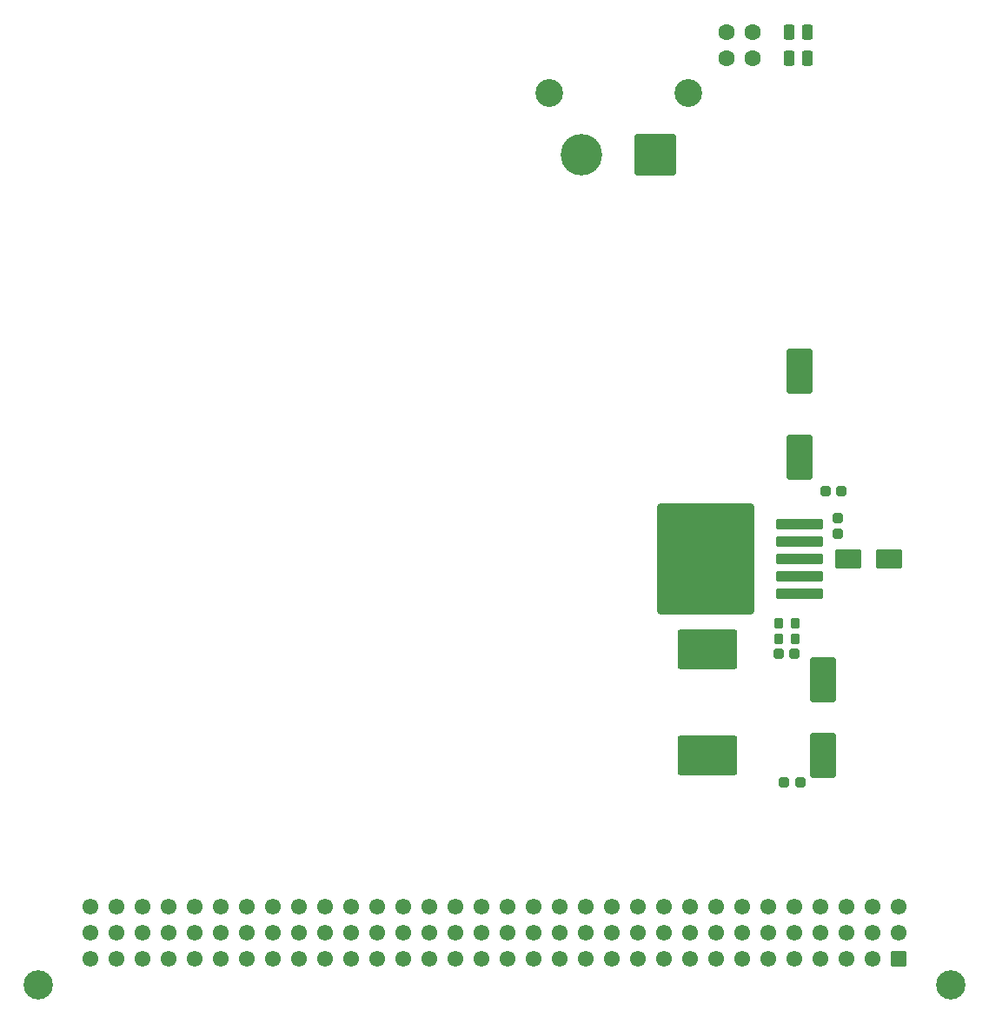
<source format=gbr>
%TF.GenerationSoftware,KiCad,Pcbnew,8.0.7*%
%TF.CreationDate,2025-02-21T01:46:00+01:00*%
%TF.ProjectId,TPB,5450422e-6b69-4636-9164-5f7063625858,1.0.0*%
%TF.SameCoordinates,Original*%
%TF.FileFunction,Soldermask,Top*%
%TF.FilePolarity,Negative*%
%FSLAX46Y46*%
G04 Gerber Fmt 4.6, Leading zero omitted, Abs format (unit mm)*
G04 Created by KiCad (PCBNEW 8.0.7) date 2025-02-21 01:46:00*
%MOMM*%
%LPD*%
G01*
G04 APERTURE LIST*
G04 Aperture macros list*
%AMRoundRect*
0 Rectangle with rounded corners*
0 $1 Rounding radius*
0 $2 $3 $4 $5 $6 $7 $8 $9 X,Y pos of 4 corners*
0 Add a 4 corners polygon primitive as box body*
4,1,4,$2,$3,$4,$5,$6,$7,$8,$9,$2,$3,0*
0 Add four circle primitives for the rounded corners*
1,1,$1+$1,$2,$3*
1,1,$1+$1,$4,$5*
1,1,$1+$1,$6,$7*
1,1,$1+$1,$8,$9*
0 Add four rect primitives between the rounded corners*
20,1,$1+$1,$2,$3,$4,$5,0*
20,1,$1+$1,$4,$5,$6,$7,0*
20,1,$1+$1,$6,$7,$8,$9,0*
20,1,$1+$1,$8,$9,$2,$3,0*%
G04 Aperture macros list end*
%ADD10RoundRect,0.244000X0.244000X0.269000X-0.244000X0.269000X-0.244000X-0.269000X0.244000X-0.269000X0*%
%ADD11RoundRect,0.260556X-1.027444X-0.677444X1.027444X-0.677444X1.027444X0.677444X-1.027444X0.677444X0*%
%ADD12RoundRect,0.244000X-0.244000X-0.269000X0.244000X-0.269000X0.244000X0.269000X-0.244000X0.269000X0*%
%ADD13RoundRect,0.250000X2.050000X0.300000X-2.050000X0.300000X-2.050000X-0.300000X2.050000X-0.300000X0*%
%ADD14RoundRect,0.250002X4.449998X5.149998X-4.449998X5.149998X-4.449998X-5.149998X4.449998X-5.149998X0*%
%ADD15RoundRect,0.250000X1.000000X-1.950000X1.000000X1.950000X-1.000000X1.950000X-1.000000X-1.950000X0*%
%ADD16RoundRect,0.244000X-0.269000X0.244000X-0.269000X-0.244000X0.269000X-0.244000X0.269000X0.244000X0*%
%ADD17RoundRect,0.267317X-0.280683X-0.470683X0.280683X-0.470683X0.280683X0.470683X-0.280683X0.470683X0*%
%ADD18C,2.850000*%
%ADD19RoundRect,0.249999X0.525001X0.525001X-0.525001X0.525001X-0.525001X-0.525001X0.525001X-0.525001X0*%
%ADD20C,1.550000*%
%ADD21RoundRect,0.250000X2.660000X-1.660000X2.660000X1.660000X-2.660000X1.660000X-2.660000X-1.660000X0*%
%ADD22RoundRect,0.219000X-0.219000X-0.294000X0.219000X-0.294000X0.219000X0.294000X-0.219000X0.294000X0*%
%ADD23C,2.700000*%
%ADD24RoundRect,0.250000X-1.775000X-1.775000X1.775000X-1.775000X1.775000X1.775000X-1.775000X1.775000X0*%
%ADD25C,4.050000*%
%ADD26C,1.600000*%
%ADD27RoundRect,0.219000X0.219000X0.294000X-0.219000X0.294000X-0.219000X-0.294000X0.219000X-0.294000X0*%
G04 APERTURE END LIST*
D10*
%TO.C,C400*%
X79240000Y35000000D03*
X77680000Y35000000D03*
%TD*%
D11*
%TO.C,D403*%
X84450000Y44275000D03*
X88450000Y44275000D03*
%TD*%
D12*
%TO.C,C419*%
X82225000Y50885000D03*
X83785000Y50885000D03*
%TD*%
D10*
%TO.C,C417*%
X79780000Y22500000D03*
X78220000Y22500000D03*
%TD*%
D13*
%TO.C,U401*%
X79725000Y40875000D03*
X79725000Y42575000D03*
X79725000Y44275000D03*
D14*
X70575000Y44275000D03*
D13*
X79725000Y45975000D03*
X79725000Y47675000D03*
%TD*%
D15*
%TO.C,C421*%
X79725000Y54185000D03*
X79725000Y62585000D03*
%TD*%
D16*
%TO.C,C418*%
X83450000Y48280000D03*
X83450000Y46720000D03*
%TD*%
D17*
%TO.C,R400*%
X78690000Y95559157D03*
X80510000Y95559157D03*
%TD*%
D18*
%TO.C,J200*%
X94450000Y2770001D03*
X5550000Y2770001D03*
D19*
X89370000Y5310001D03*
D20*
X86830000Y5310001D03*
X84290000Y5310001D03*
X81750000Y5310001D03*
X79210000Y5310001D03*
X76670000Y5310001D03*
X74130000Y5310001D03*
X71590000Y5310001D03*
X69050000Y5310001D03*
X66510000Y5310001D03*
X63970000Y5310001D03*
X61430000Y5310001D03*
X58890000Y5310001D03*
X56350000Y5310001D03*
X53810000Y5310001D03*
X51270000Y5310001D03*
X48730000Y5310001D03*
X46190000Y5310001D03*
X43650000Y5310001D03*
X41110000Y5310001D03*
X38570000Y5310001D03*
X36030000Y5310001D03*
X33490000Y5310001D03*
X30950000Y5310001D03*
X28410000Y5310001D03*
X25870000Y5310001D03*
X23330000Y5310001D03*
X20790000Y5310001D03*
X18250000Y5310001D03*
X15710000Y5310001D03*
X13170000Y5310001D03*
X10630000Y5310001D03*
X89370000Y7850001D03*
X86830000Y7850001D03*
X84290000Y7850001D03*
X81750000Y7850001D03*
X79210000Y7850001D03*
X76670000Y7850001D03*
X74130000Y7850001D03*
X71590000Y7850001D03*
X69050000Y7850001D03*
X66510000Y7850001D03*
X63970000Y7850001D03*
X61430000Y7850001D03*
X58890000Y7850001D03*
X56350000Y7850001D03*
X53810000Y7850001D03*
X51270000Y7850001D03*
X48730000Y7850001D03*
X46190000Y7850001D03*
X43650000Y7850001D03*
X41110000Y7850001D03*
X38570000Y7850001D03*
X36030000Y7850001D03*
X33490000Y7850001D03*
X30950000Y7850001D03*
X28410000Y7850001D03*
X25870000Y7850001D03*
X23330000Y7850001D03*
X20790000Y7850001D03*
X18250000Y7850001D03*
X15710000Y7850001D03*
X13170000Y7850001D03*
X10630000Y7850001D03*
X89370000Y10390001D03*
X86830000Y10390001D03*
X84290000Y10390001D03*
X81750000Y10390001D03*
X79210000Y10390001D03*
X76670000Y10390001D03*
X74130000Y10390001D03*
X71590000Y10390001D03*
X69050000Y10390001D03*
X66510000Y10390001D03*
X63970000Y10390001D03*
X61430000Y10390001D03*
X58890000Y10390001D03*
X56350000Y10390001D03*
X53810000Y10390001D03*
X51270000Y10390001D03*
X48730000Y10390001D03*
X46190000Y10390001D03*
X43650000Y10390001D03*
X41110000Y10390001D03*
X38570000Y10390001D03*
X36030000Y10390001D03*
X33490000Y10390001D03*
X30950000Y10390001D03*
X28410000Y10390001D03*
X25870000Y10390001D03*
X23330000Y10390001D03*
X20790000Y10390001D03*
X18250000Y10390001D03*
X15710000Y10390001D03*
X13170000Y10390001D03*
X10630000Y10390001D03*
%TD*%
D15*
%TO.C,C420*%
X82000000Y25095000D03*
X82000000Y32495000D03*
%TD*%
D21*
%TO.C,L400*%
X70725000Y35455000D03*
X70725000Y25095000D03*
%TD*%
D22*
%TO.C,R414*%
X77680000Y38000000D03*
X79320000Y38000000D03*
%TD*%
D23*
%TO.C,J400*%
X55350000Y89637500D03*
X68850000Y89637500D03*
D24*
X65700000Y83637500D03*
D25*
X58500000Y83637500D03*
%TD*%
D26*
%TO.C,LED400*%
X72613600Y95559157D03*
X75153600Y95559157D03*
X72613600Y93019157D03*
X75153600Y93019157D03*
%TD*%
D27*
%TO.C,R413*%
X79320000Y36500000D03*
X77680000Y36500000D03*
%TD*%
D17*
%TO.C,R401*%
X78690000Y93019157D03*
X80510000Y93019157D03*
%TD*%
M02*

</source>
